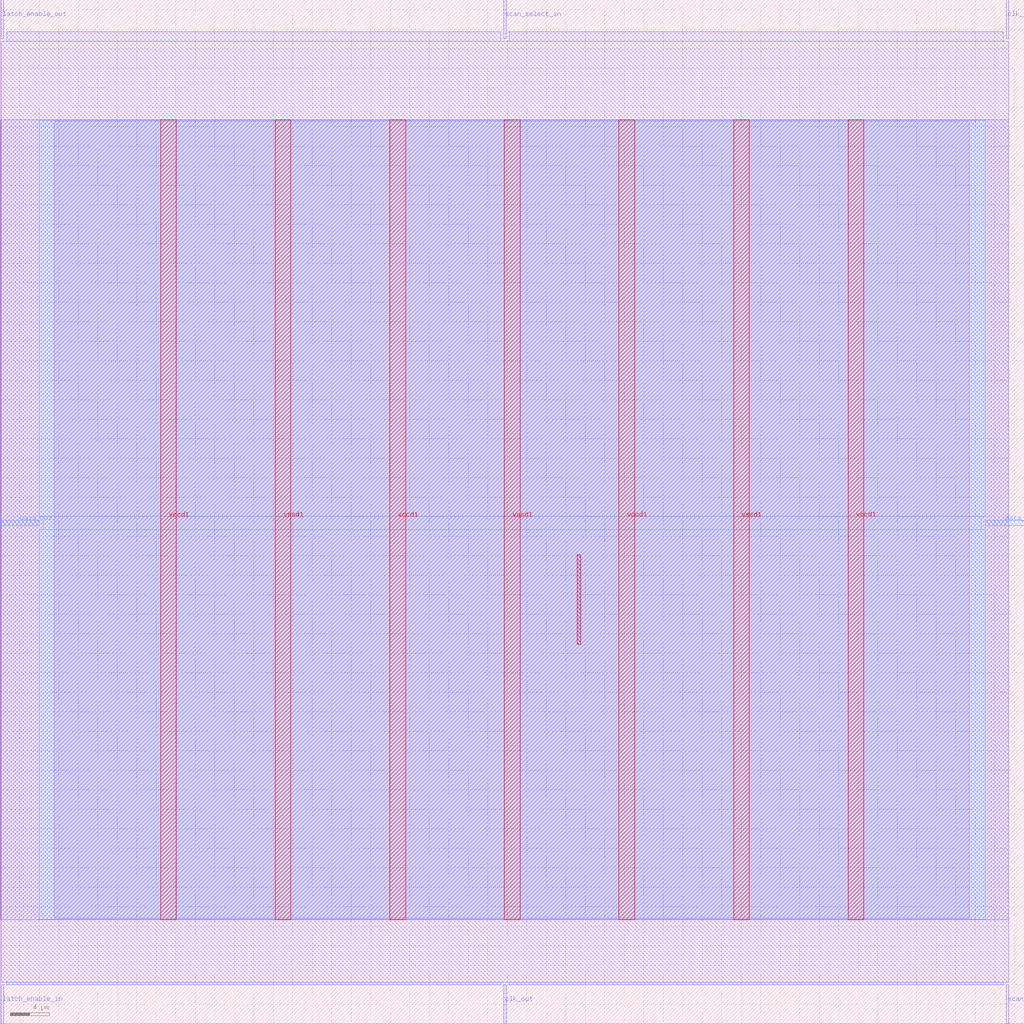
<source format=lef>
VERSION 5.7 ;
  NOWIREEXTENSIONATPIN ON ;
  DIVIDERCHAR "/" ;
  BUSBITCHARS "[]" ;
MACRO scan_wrapper_341524192738411090
  CLASS BLOCK ;
  FOREIGN scan_wrapper_341524192738411090 ;
  ORIGIN 0.000 0.000 ;
  SIZE 105.000 BY 105.000 ;
  PIN clk_in
    DIRECTION INPUT ;
    USE SIGNAL ;
    PORT
      LAYER met2 ;
        RECT 103.130 101.000 103.410 105.000 ;
    END
  END clk_in
  PIN clk_out
    DIRECTION OUTPUT TRISTATE ;
    USE SIGNAL ;
    PORT
      LAYER met2 ;
        RECT 51.610 0.000 51.890 4.000 ;
    END
  END clk_out
  PIN data_in
    DIRECTION INPUT ;
    USE SIGNAL ;
    PORT
      LAYER met3 ;
        RECT 101.000 51.040 105.000 51.640 ;
    END
  END data_in
  PIN data_out
    DIRECTION OUTPUT TRISTATE ;
    USE SIGNAL ;
    PORT
      LAYER met3 ;
        RECT 0.000 51.040 4.000 51.640 ;
    END
  END data_out
  PIN latch_enable_in
    DIRECTION INPUT ;
    USE SIGNAL ;
    PORT
      LAYER met2 ;
        RECT 0.090 0.000 0.370 4.000 ;
    END
  END latch_enable_in
  PIN latch_enable_out
    DIRECTION OUTPUT TRISTATE ;
    USE SIGNAL ;
    PORT
      LAYER met2 ;
        RECT 0.090 101.000 0.370 105.000 ;
    END
  END latch_enable_out
  PIN scan_select_in
    DIRECTION INPUT ;
    USE SIGNAL ;
    PORT
      LAYER met2 ;
        RECT 51.610 101.000 51.890 105.000 ;
    END
  END scan_select_in
  PIN scan_select_out
    DIRECTION OUTPUT TRISTATE ;
    USE SIGNAL ;
    PORT
      LAYER met2 ;
        RECT 103.130 0.000 103.410 4.000 ;
    END
  END scan_select_out
  PIN vccd1
    DIRECTION INOUT ;
    USE POWER ;
    PORT
      LAYER met4 ;
        RECT 16.465 10.640 18.065 92.720 ;
    END
    PORT
      LAYER met4 ;
        RECT 39.955 10.640 41.555 92.720 ;
    END
    PORT
      LAYER met4 ;
        RECT 63.445 10.640 65.045 92.720 ;
    END
    PORT
      LAYER met4 ;
        RECT 86.935 10.640 88.535 92.720 ;
    END
  END vccd1
  PIN vssd1
    DIRECTION INOUT ;
    USE GROUND ;
    PORT
      LAYER met4 ;
        RECT 28.210 10.640 29.810 92.720 ;
    END
    PORT
      LAYER met4 ;
        RECT 51.700 10.640 53.300 92.720 ;
    END
    PORT
      LAYER met4 ;
        RECT 75.190 10.640 76.790 92.720 ;
    END
  END vssd1
  OBS
      LAYER li1 ;
        RECT 5.520 10.795 99.360 92.565 ;
      LAYER met1 ;
        RECT 0.070 10.640 103.430 92.720 ;
      LAYER met2 ;
        RECT 0.650 100.720 51.330 101.730 ;
        RECT 52.170 100.720 102.850 101.730 ;
        RECT 0.100 4.280 103.400 100.720 ;
        RECT 0.650 4.000 51.330 4.280 ;
        RECT 52.170 4.000 102.850 4.280 ;
      LAYER met3 ;
        RECT 4.000 52.040 101.000 92.645 ;
        RECT 4.400 50.640 100.600 52.040 ;
        RECT 4.000 10.715 101.000 50.640 ;
      LAYER met4 ;
        RECT 59.175 38.935 59.505 48.105 ;
  END
END scan_wrapper_341524192738411090
END LIBRARY


</source>
